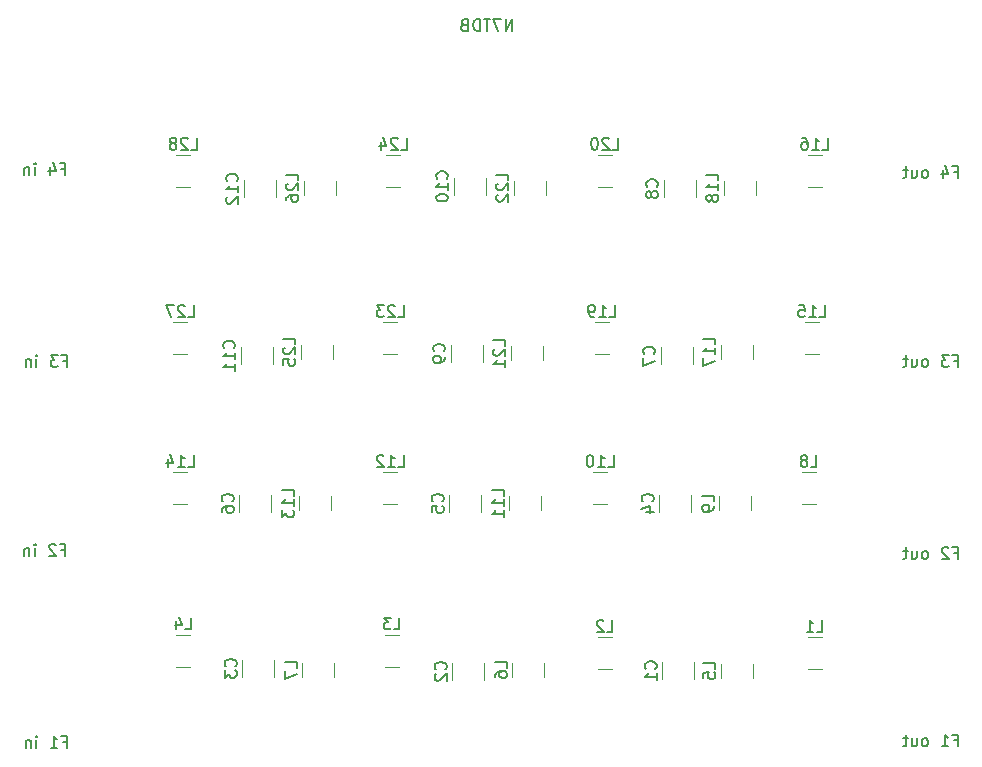
<source format=gbr>
G04 #@! TF.GenerationSoftware,KiCad,Pcbnew,7.0.5-0*
G04 #@! TF.CreationDate,2023-07-23T12:14:28-07:00*
G04 #@! TF.ProjectId,switched-bandpass-filter,73776974-6368-4656-942d-62616e647061,v1.0*
G04 #@! TF.SameCoordinates,Original*
G04 #@! TF.FileFunction,Legend,Bot*
G04 #@! TF.FilePolarity,Positive*
%FSLAX46Y46*%
G04 Gerber Fmt 4.6, Leading zero omitted, Abs format (unit mm)*
G04 Created by KiCad (PCBNEW 7.0.5-0) date 2023-07-23 12:14:28*
%MOMM*%
%LPD*%
G01*
G04 APERTURE LIST*
%ADD10C,0.150000*%
%ADD11C,0.120000*%
G04 APERTURE END LIST*
D10*
X168366887Y-122917009D02*
X168700220Y-122917009D01*
X168700220Y-123440819D02*
X168700220Y-122440819D01*
X168700220Y-122440819D02*
X168224030Y-122440819D01*
X167319268Y-123440819D02*
X167890696Y-123440819D01*
X167604982Y-123440819D02*
X167604982Y-122440819D01*
X167604982Y-122440819D02*
X167700220Y-122583676D01*
X167700220Y-122583676D02*
X167795458Y-122678914D01*
X167795458Y-122678914D02*
X167890696Y-122726533D01*
X165985934Y-123440819D02*
X166081172Y-123393200D01*
X166081172Y-123393200D02*
X166128791Y-123345580D01*
X166128791Y-123345580D02*
X166176410Y-123250342D01*
X166176410Y-123250342D02*
X166176410Y-122964628D01*
X166176410Y-122964628D02*
X166128791Y-122869390D01*
X166128791Y-122869390D02*
X166081172Y-122821771D01*
X166081172Y-122821771D02*
X165985934Y-122774152D01*
X165985934Y-122774152D02*
X165843077Y-122774152D01*
X165843077Y-122774152D02*
X165747839Y-122821771D01*
X165747839Y-122821771D02*
X165700220Y-122869390D01*
X165700220Y-122869390D02*
X165652601Y-122964628D01*
X165652601Y-122964628D02*
X165652601Y-123250342D01*
X165652601Y-123250342D02*
X165700220Y-123345580D01*
X165700220Y-123345580D02*
X165747839Y-123393200D01*
X165747839Y-123393200D02*
X165843077Y-123440819D01*
X165843077Y-123440819D02*
X165985934Y-123440819D01*
X164795458Y-122774152D02*
X164795458Y-123440819D01*
X165224029Y-122774152D02*
X165224029Y-123297961D01*
X165224029Y-123297961D02*
X165176410Y-123393200D01*
X165176410Y-123393200D02*
X165081172Y-123440819D01*
X165081172Y-123440819D02*
X164938315Y-123440819D01*
X164938315Y-123440819D02*
X164843077Y-123393200D01*
X164843077Y-123393200D02*
X164795458Y-123345580D01*
X164462124Y-122774152D02*
X164081172Y-122774152D01*
X164319267Y-122440819D02*
X164319267Y-123297961D01*
X164319267Y-123297961D02*
X164271648Y-123393200D01*
X164271648Y-123393200D02*
X164176410Y-123440819D01*
X164176410Y-123440819D02*
X164081172Y-123440819D01*
X168366887Y-90786009D02*
X168700220Y-90786009D01*
X168700220Y-91309819D02*
X168700220Y-90309819D01*
X168700220Y-90309819D02*
X168224030Y-90309819D01*
X167938315Y-90309819D02*
X167319268Y-90309819D01*
X167319268Y-90309819D02*
X167652601Y-90690771D01*
X167652601Y-90690771D02*
X167509744Y-90690771D01*
X167509744Y-90690771D02*
X167414506Y-90738390D01*
X167414506Y-90738390D02*
X167366887Y-90786009D01*
X167366887Y-90786009D02*
X167319268Y-90881247D01*
X167319268Y-90881247D02*
X167319268Y-91119342D01*
X167319268Y-91119342D02*
X167366887Y-91214580D01*
X167366887Y-91214580D02*
X167414506Y-91262200D01*
X167414506Y-91262200D02*
X167509744Y-91309819D01*
X167509744Y-91309819D02*
X167795458Y-91309819D01*
X167795458Y-91309819D02*
X167890696Y-91262200D01*
X167890696Y-91262200D02*
X167938315Y-91214580D01*
X165985934Y-91309819D02*
X166081172Y-91262200D01*
X166081172Y-91262200D02*
X166128791Y-91214580D01*
X166128791Y-91214580D02*
X166176410Y-91119342D01*
X166176410Y-91119342D02*
X166176410Y-90833628D01*
X166176410Y-90833628D02*
X166128791Y-90738390D01*
X166128791Y-90738390D02*
X166081172Y-90690771D01*
X166081172Y-90690771D02*
X165985934Y-90643152D01*
X165985934Y-90643152D02*
X165843077Y-90643152D01*
X165843077Y-90643152D02*
X165747839Y-90690771D01*
X165747839Y-90690771D02*
X165700220Y-90738390D01*
X165700220Y-90738390D02*
X165652601Y-90833628D01*
X165652601Y-90833628D02*
X165652601Y-91119342D01*
X165652601Y-91119342D02*
X165700220Y-91214580D01*
X165700220Y-91214580D02*
X165747839Y-91262200D01*
X165747839Y-91262200D02*
X165843077Y-91309819D01*
X165843077Y-91309819D02*
X165985934Y-91309819D01*
X164795458Y-90643152D02*
X164795458Y-91309819D01*
X165224029Y-90643152D02*
X165224029Y-91166961D01*
X165224029Y-91166961D02*
X165176410Y-91262200D01*
X165176410Y-91262200D02*
X165081172Y-91309819D01*
X165081172Y-91309819D02*
X164938315Y-91309819D01*
X164938315Y-91309819D02*
X164843077Y-91262200D01*
X164843077Y-91262200D02*
X164795458Y-91214580D01*
X164462124Y-90643152D02*
X164081172Y-90643152D01*
X164319267Y-90309819D02*
X164319267Y-91166961D01*
X164319267Y-91166961D02*
X164271648Y-91262200D01*
X164271648Y-91262200D02*
X164176410Y-91309819D01*
X164176410Y-91309819D02*
X164081172Y-91309819D01*
X168366887Y-107042009D02*
X168700220Y-107042009D01*
X168700220Y-107565819D02*
X168700220Y-106565819D01*
X168700220Y-106565819D02*
X168224030Y-106565819D01*
X167890696Y-106661057D02*
X167843077Y-106613438D01*
X167843077Y-106613438D02*
X167747839Y-106565819D01*
X167747839Y-106565819D02*
X167509744Y-106565819D01*
X167509744Y-106565819D02*
X167414506Y-106613438D01*
X167414506Y-106613438D02*
X167366887Y-106661057D01*
X167366887Y-106661057D02*
X167319268Y-106756295D01*
X167319268Y-106756295D02*
X167319268Y-106851533D01*
X167319268Y-106851533D02*
X167366887Y-106994390D01*
X167366887Y-106994390D02*
X167938315Y-107565819D01*
X167938315Y-107565819D02*
X167319268Y-107565819D01*
X165985934Y-107565819D02*
X166081172Y-107518200D01*
X166081172Y-107518200D02*
X166128791Y-107470580D01*
X166128791Y-107470580D02*
X166176410Y-107375342D01*
X166176410Y-107375342D02*
X166176410Y-107089628D01*
X166176410Y-107089628D02*
X166128791Y-106994390D01*
X166128791Y-106994390D02*
X166081172Y-106946771D01*
X166081172Y-106946771D02*
X165985934Y-106899152D01*
X165985934Y-106899152D02*
X165843077Y-106899152D01*
X165843077Y-106899152D02*
X165747839Y-106946771D01*
X165747839Y-106946771D02*
X165700220Y-106994390D01*
X165700220Y-106994390D02*
X165652601Y-107089628D01*
X165652601Y-107089628D02*
X165652601Y-107375342D01*
X165652601Y-107375342D02*
X165700220Y-107470580D01*
X165700220Y-107470580D02*
X165747839Y-107518200D01*
X165747839Y-107518200D02*
X165843077Y-107565819D01*
X165843077Y-107565819D02*
X165985934Y-107565819D01*
X164795458Y-106899152D02*
X164795458Y-107565819D01*
X165224029Y-106899152D02*
X165224029Y-107422961D01*
X165224029Y-107422961D02*
X165176410Y-107518200D01*
X165176410Y-107518200D02*
X165081172Y-107565819D01*
X165081172Y-107565819D02*
X164938315Y-107565819D01*
X164938315Y-107565819D02*
X164843077Y-107518200D01*
X164843077Y-107518200D02*
X164795458Y-107470580D01*
X164462124Y-106899152D02*
X164081172Y-106899152D01*
X164319267Y-106565819D02*
X164319267Y-107422961D01*
X164319267Y-107422961D02*
X164271648Y-107518200D01*
X164271648Y-107518200D02*
X164176410Y-107565819D01*
X164176410Y-107565819D02*
X164081172Y-107565819D01*
X168366887Y-74784009D02*
X168700220Y-74784009D01*
X168700220Y-75307819D02*
X168700220Y-74307819D01*
X168700220Y-74307819D02*
X168224030Y-74307819D01*
X167414506Y-74641152D02*
X167414506Y-75307819D01*
X167652601Y-74260200D02*
X167890696Y-74974485D01*
X167890696Y-74974485D02*
X167271649Y-74974485D01*
X165985934Y-75307819D02*
X166081172Y-75260200D01*
X166081172Y-75260200D02*
X166128791Y-75212580D01*
X166128791Y-75212580D02*
X166176410Y-75117342D01*
X166176410Y-75117342D02*
X166176410Y-74831628D01*
X166176410Y-74831628D02*
X166128791Y-74736390D01*
X166128791Y-74736390D02*
X166081172Y-74688771D01*
X166081172Y-74688771D02*
X165985934Y-74641152D01*
X165985934Y-74641152D02*
X165843077Y-74641152D01*
X165843077Y-74641152D02*
X165747839Y-74688771D01*
X165747839Y-74688771D02*
X165700220Y-74736390D01*
X165700220Y-74736390D02*
X165652601Y-74831628D01*
X165652601Y-74831628D02*
X165652601Y-75117342D01*
X165652601Y-75117342D02*
X165700220Y-75212580D01*
X165700220Y-75212580D02*
X165747839Y-75260200D01*
X165747839Y-75260200D02*
X165843077Y-75307819D01*
X165843077Y-75307819D02*
X165985934Y-75307819D01*
X164795458Y-74641152D02*
X164795458Y-75307819D01*
X165224029Y-74641152D02*
X165224029Y-75164961D01*
X165224029Y-75164961D02*
X165176410Y-75260200D01*
X165176410Y-75260200D02*
X165081172Y-75307819D01*
X165081172Y-75307819D02*
X164938315Y-75307819D01*
X164938315Y-75307819D02*
X164843077Y-75260200D01*
X164843077Y-75260200D02*
X164795458Y-75212580D01*
X164462124Y-74641152D02*
X164081172Y-74641152D01*
X164319267Y-74307819D02*
X164319267Y-75164961D01*
X164319267Y-75164961D02*
X164271648Y-75260200D01*
X164271648Y-75260200D02*
X164176410Y-75307819D01*
X164176410Y-75307819D02*
X164081172Y-75307819D01*
X92801887Y-74530009D02*
X93135220Y-74530009D01*
X93135220Y-75053819D02*
X93135220Y-74053819D01*
X93135220Y-74053819D02*
X92659030Y-74053819D01*
X91849506Y-74387152D02*
X91849506Y-75053819D01*
X92087601Y-74006200D02*
X92325696Y-74720485D01*
X92325696Y-74720485D02*
X91706649Y-74720485D01*
X90563791Y-75053819D02*
X90563791Y-74387152D01*
X90563791Y-74053819D02*
X90611410Y-74101438D01*
X90611410Y-74101438D02*
X90563791Y-74149057D01*
X90563791Y-74149057D02*
X90516172Y-74101438D01*
X90516172Y-74101438D02*
X90563791Y-74053819D01*
X90563791Y-74053819D02*
X90563791Y-74149057D01*
X90087601Y-74387152D02*
X90087601Y-75053819D01*
X90087601Y-74482390D02*
X90039982Y-74434771D01*
X90039982Y-74434771D02*
X89944744Y-74387152D01*
X89944744Y-74387152D02*
X89801887Y-74387152D01*
X89801887Y-74387152D02*
X89706649Y-74434771D01*
X89706649Y-74434771D02*
X89659030Y-74530009D01*
X89659030Y-74530009D02*
X89659030Y-75053819D01*
X92801887Y-106788009D02*
X93135220Y-106788009D01*
X93135220Y-107311819D02*
X93135220Y-106311819D01*
X93135220Y-106311819D02*
X92659030Y-106311819D01*
X92325696Y-106407057D02*
X92278077Y-106359438D01*
X92278077Y-106359438D02*
X92182839Y-106311819D01*
X92182839Y-106311819D02*
X91944744Y-106311819D01*
X91944744Y-106311819D02*
X91849506Y-106359438D01*
X91849506Y-106359438D02*
X91801887Y-106407057D01*
X91801887Y-106407057D02*
X91754268Y-106502295D01*
X91754268Y-106502295D02*
X91754268Y-106597533D01*
X91754268Y-106597533D02*
X91801887Y-106740390D01*
X91801887Y-106740390D02*
X92373315Y-107311819D01*
X92373315Y-107311819D02*
X91754268Y-107311819D01*
X90563791Y-107311819D02*
X90563791Y-106645152D01*
X90563791Y-106311819D02*
X90611410Y-106359438D01*
X90611410Y-106359438D02*
X90563791Y-106407057D01*
X90563791Y-106407057D02*
X90516172Y-106359438D01*
X90516172Y-106359438D02*
X90563791Y-106311819D01*
X90563791Y-106311819D02*
X90563791Y-106407057D01*
X90087601Y-106645152D02*
X90087601Y-107311819D01*
X90087601Y-106740390D02*
X90039982Y-106692771D01*
X90039982Y-106692771D02*
X89944744Y-106645152D01*
X89944744Y-106645152D02*
X89801887Y-106645152D01*
X89801887Y-106645152D02*
X89706649Y-106692771D01*
X89706649Y-106692771D02*
X89659030Y-106788009D01*
X89659030Y-106788009D02*
X89659030Y-107311819D01*
X130981220Y-62861819D02*
X130981220Y-61861819D01*
X130981220Y-61861819D02*
X130409792Y-62861819D01*
X130409792Y-62861819D02*
X130409792Y-61861819D01*
X130028839Y-61861819D02*
X129362173Y-61861819D01*
X129362173Y-61861819D02*
X129790744Y-62861819D01*
X129124077Y-61861819D02*
X128552649Y-61861819D01*
X128838363Y-62861819D02*
X128838363Y-61861819D01*
X128219315Y-62861819D02*
X128219315Y-61861819D01*
X128219315Y-61861819D02*
X127981220Y-61861819D01*
X127981220Y-61861819D02*
X127838363Y-61909438D01*
X127838363Y-61909438D02*
X127743125Y-62004676D01*
X127743125Y-62004676D02*
X127695506Y-62099914D01*
X127695506Y-62099914D02*
X127647887Y-62290390D01*
X127647887Y-62290390D02*
X127647887Y-62433247D01*
X127647887Y-62433247D02*
X127695506Y-62623723D01*
X127695506Y-62623723D02*
X127743125Y-62718961D01*
X127743125Y-62718961D02*
X127838363Y-62814200D01*
X127838363Y-62814200D02*
X127981220Y-62861819D01*
X127981220Y-62861819D02*
X128219315Y-62861819D01*
X126885982Y-62338009D02*
X126743125Y-62385628D01*
X126743125Y-62385628D02*
X126695506Y-62433247D01*
X126695506Y-62433247D02*
X126647887Y-62528485D01*
X126647887Y-62528485D02*
X126647887Y-62671342D01*
X126647887Y-62671342D02*
X126695506Y-62766580D01*
X126695506Y-62766580D02*
X126743125Y-62814200D01*
X126743125Y-62814200D02*
X126838363Y-62861819D01*
X126838363Y-62861819D02*
X127219315Y-62861819D01*
X127219315Y-62861819D02*
X127219315Y-61861819D01*
X127219315Y-61861819D02*
X126885982Y-61861819D01*
X126885982Y-61861819D02*
X126790744Y-61909438D01*
X126790744Y-61909438D02*
X126743125Y-61957057D01*
X126743125Y-61957057D02*
X126695506Y-62052295D01*
X126695506Y-62052295D02*
X126695506Y-62147533D01*
X126695506Y-62147533D02*
X126743125Y-62242771D01*
X126743125Y-62242771D02*
X126790744Y-62290390D01*
X126790744Y-62290390D02*
X126885982Y-62338009D01*
X126885982Y-62338009D02*
X127219315Y-62338009D01*
X92928887Y-123044009D02*
X93262220Y-123044009D01*
X93262220Y-123567819D02*
X93262220Y-122567819D01*
X93262220Y-122567819D02*
X92786030Y-122567819D01*
X91881268Y-123567819D02*
X92452696Y-123567819D01*
X92166982Y-123567819D02*
X92166982Y-122567819D01*
X92166982Y-122567819D02*
X92262220Y-122710676D01*
X92262220Y-122710676D02*
X92357458Y-122805914D01*
X92357458Y-122805914D02*
X92452696Y-122853533D01*
X90690791Y-123567819D02*
X90690791Y-122901152D01*
X90690791Y-122567819D02*
X90738410Y-122615438D01*
X90738410Y-122615438D02*
X90690791Y-122663057D01*
X90690791Y-122663057D02*
X90643172Y-122615438D01*
X90643172Y-122615438D02*
X90690791Y-122567819D01*
X90690791Y-122567819D02*
X90690791Y-122663057D01*
X90214601Y-122901152D02*
X90214601Y-123567819D01*
X90214601Y-122996390D02*
X90166982Y-122948771D01*
X90166982Y-122948771D02*
X90071744Y-122901152D01*
X90071744Y-122901152D02*
X89928887Y-122901152D01*
X89928887Y-122901152D02*
X89833649Y-122948771D01*
X89833649Y-122948771D02*
X89786030Y-123044009D01*
X89786030Y-123044009D02*
X89786030Y-123567819D01*
X92928887Y-90786009D02*
X93262220Y-90786009D01*
X93262220Y-91309819D02*
X93262220Y-90309819D01*
X93262220Y-90309819D02*
X92786030Y-90309819D01*
X92500315Y-90309819D02*
X91881268Y-90309819D01*
X91881268Y-90309819D02*
X92214601Y-90690771D01*
X92214601Y-90690771D02*
X92071744Y-90690771D01*
X92071744Y-90690771D02*
X91976506Y-90738390D01*
X91976506Y-90738390D02*
X91928887Y-90786009D01*
X91928887Y-90786009D02*
X91881268Y-90881247D01*
X91881268Y-90881247D02*
X91881268Y-91119342D01*
X91881268Y-91119342D02*
X91928887Y-91214580D01*
X91928887Y-91214580D02*
X91976506Y-91262200D01*
X91976506Y-91262200D02*
X92071744Y-91309819D01*
X92071744Y-91309819D02*
X92357458Y-91309819D01*
X92357458Y-91309819D02*
X92452696Y-91262200D01*
X92452696Y-91262200D02*
X92500315Y-91214580D01*
X90690791Y-91309819D02*
X90690791Y-90643152D01*
X90690791Y-90309819D02*
X90738410Y-90357438D01*
X90738410Y-90357438D02*
X90690791Y-90405057D01*
X90690791Y-90405057D02*
X90643172Y-90357438D01*
X90643172Y-90357438D02*
X90690791Y-90309819D01*
X90690791Y-90309819D02*
X90690791Y-90405057D01*
X90214601Y-90643152D02*
X90214601Y-91309819D01*
X90214601Y-90738390D02*
X90166982Y-90690771D01*
X90166982Y-90690771D02*
X90071744Y-90643152D01*
X90071744Y-90643152D02*
X89928887Y-90643152D01*
X89928887Y-90643152D02*
X89833649Y-90690771D01*
X89833649Y-90690771D02*
X89786030Y-90786009D01*
X89786030Y-90786009D02*
X89786030Y-91309819D01*
X107408580Y-89732142D02*
X107456200Y-89684523D01*
X107456200Y-89684523D02*
X107503819Y-89541666D01*
X107503819Y-89541666D02*
X107503819Y-89446428D01*
X107503819Y-89446428D02*
X107456200Y-89303571D01*
X107456200Y-89303571D02*
X107360961Y-89208333D01*
X107360961Y-89208333D02*
X107265723Y-89160714D01*
X107265723Y-89160714D02*
X107075247Y-89113095D01*
X107075247Y-89113095D02*
X106932390Y-89113095D01*
X106932390Y-89113095D02*
X106741914Y-89160714D01*
X106741914Y-89160714D02*
X106646676Y-89208333D01*
X106646676Y-89208333D02*
X106551438Y-89303571D01*
X106551438Y-89303571D02*
X106503819Y-89446428D01*
X106503819Y-89446428D02*
X106503819Y-89541666D01*
X106503819Y-89541666D02*
X106551438Y-89684523D01*
X106551438Y-89684523D02*
X106599057Y-89732142D01*
X107503819Y-90684523D02*
X107503819Y-90113095D01*
X107503819Y-90398809D02*
X106503819Y-90398809D01*
X106503819Y-90398809D02*
X106646676Y-90303571D01*
X106646676Y-90303571D02*
X106741914Y-90208333D01*
X106741914Y-90208333D02*
X106789533Y-90113095D01*
X107503819Y-91636904D02*
X107503819Y-91065476D01*
X107503819Y-91351190D02*
X106503819Y-91351190D01*
X106503819Y-91351190D02*
X106646676Y-91255952D01*
X106646676Y-91255952D02*
X106741914Y-91160714D01*
X106741914Y-91160714D02*
X106789533Y-91065476D01*
X103290666Y-113533819D02*
X103766856Y-113533819D01*
X103766856Y-113533819D02*
X103766856Y-112533819D01*
X102528761Y-112867152D02*
X102528761Y-113533819D01*
X102766856Y-112486200D02*
X103004951Y-113200485D01*
X103004951Y-113200485D02*
X102385904Y-113200485D01*
X112728819Y-116797333D02*
X112728819Y-116321143D01*
X112728819Y-116321143D02*
X111728819Y-116321143D01*
X111728819Y-117035429D02*
X111728819Y-117702095D01*
X111728819Y-117702095D02*
X112728819Y-117273524D01*
X139201857Y-87074819D02*
X139678047Y-87074819D01*
X139678047Y-87074819D02*
X139678047Y-86074819D01*
X138344714Y-87074819D02*
X138916142Y-87074819D01*
X138630428Y-87074819D02*
X138630428Y-86074819D01*
X138630428Y-86074819D02*
X138725666Y-86217676D01*
X138725666Y-86217676D02*
X138820904Y-86312914D01*
X138820904Y-86312914D02*
X138916142Y-86360533D01*
X137868523Y-87074819D02*
X137678047Y-87074819D01*
X137678047Y-87074819D02*
X137582809Y-87027200D01*
X137582809Y-87027200D02*
X137535190Y-86979580D01*
X137535190Y-86979580D02*
X137439952Y-86836723D01*
X137439952Y-86836723D02*
X137392333Y-86646247D01*
X137392333Y-86646247D02*
X137392333Y-86265295D01*
X137392333Y-86265295D02*
X137439952Y-86170057D01*
X137439952Y-86170057D02*
X137487571Y-86122438D01*
X137487571Y-86122438D02*
X137582809Y-86074819D01*
X137582809Y-86074819D02*
X137773285Y-86074819D01*
X137773285Y-86074819D02*
X137868523Y-86122438D01*
X137868523Y-86122438D02*
X137916142Y-86170057D01*
X137916142Y-86170057D02*
X137963761Y-86265295D01*
X137963761Y-86265295D02*
X137963761Y-86503390D01*
X137963761Y-86503390D02*
X137916142Y-86598628D01*
X137916142Y-86598628D02*
X137868523Y-86646247D01*
X137868523Y-86646247D02*
X137773285Y-86693866D01*
X137773285Y-86693866D02*
X137582809Y-86693866D01*
X137582809Y-86693866D02*
X137487571Y-86646247D01*
X137487571Y-86646247D02*
X137439952Y-86598628D01*
X137439952Y-86598628D02*
X137392333Y-86503390D01*
X130254819Y-102227142D02*
X130254819Y-101750952D01*
X130254819Y-101750952D02*
X129254819Y-101750952D01*
X130254819Y-103084285D02*
X130254819Y-102512857D01*
X130254819Y-102798571D02*
X129254819Y-102798571D01*
X129254819Y-102798571D02*
X129397676Y-102703333D01*
X129397676Y-102703333D02*
X129492914Y-102608095D01*
X129492914Y-102608095D02*
X129540533Y-102512857D01*
X130254819Y-104036666D02*
X130254819Y-103465238D01*
X130254819Y-103750952D02*
X129254819Y-103750952D01*
X129254819Y-103750952D02*
X129397676Y-103655714D01*
X129397676Y-103655714D02*
X129492914Y-103560476D01*
X129492914Y-103560476D02*
X129540533Y-103465238D01*
X107661580Y-75586142D02*
X107709200Y-75538523D01*
X107709200Y-75538523D02*
X107756819Y-75395666D01*
X107756819Y-75395666D02*
X107756819Y-75300428D01*
X107756819Y-75300428D02*
X107709200Y-75157571D01*
X107709200Y-75157571D02*
X107613961Y-75062333D01*
X107613961Y-75062333D02*
X107518723Y-75014714D01*
X107518723Y-75014714D02*
X107328247Y-74967095D01*
X107328247Y-74967095D02*
X107185390Y-74967095D01*
X107185390Y-74967095D02*
X106994914Y-75014714D01*
X106994914Y-75014714D02*
X106899676Y-75062333D01*
X106899676Y-75062333D02*
X106804438Y-75157571D01*
X106804438Y-75157571D02*
X106756819Y-75300428D01*
X106756819Y-75300428D02*
X106756819Y-75395666D01*
X106756819Y-75395666D02*
X106804438Y-75538523D01*
X106804438Y-75538523D02*
X106852057Y-75586142D01*
X107756819Y-76538523D02*
X107756819Y-75967095D01*
X107756819Y-76252809D02*
X106756819Y-76252809D01*
X106756819Y-76252809D02*
X106899676Y-76157571D01*
X106899676Y-76157571D02*
X106994914Y-76062333D01*
X106994914Y-76062333D02*
X107042533Y-75967095D01*
X106852057Y-76919476D02*
X106804438Y-76967095D01*
X106804438Y-76967095D02*
X106756819Y-77062333D01*
X106756819Y-77062333D02*
X106756819Y-77300428D01*
X106756819Y-77300428D02*
X106804438Y-77395666D01*
X106804438Y-77395666D02*
X106852057Y-77443285D01*
X106852057Y-77443285D02*
X106947295Y-77490904D01*
X106947295Y-77490904D02*
X107042533Y-77490904D01*
X107042533Y-77490904D02*
X107185390Y-77443285D01*
X107185390Y-77443285D02*
X107756819Y-76871857D01*
X107756819Y-76871857D02*
X107756819Y-77490904D01*
X156760666Y-113738819D02*
X157236856Y-113738819D01*
X157236856Y-113738819D02*
X157236856Y-112738819D01*
X155903523Y-113738819D02*
X156474951Y-113738819D01*
X156189237Y-113738819D02*
X156189237Y-112738819D01*
X156189237Y-112738819D02*
X156284475Y-112881676D01*
X156284475Y-112881676D02*
X156379713Y-112976914D01*
X156379713Y-112976914D02*
X156474951Y-113024533D01*
X121292857Y-99774819D02*
X121769047Y-99774819D01*
X121769047Y-99774819D02*
X121769047Y-98774819D01*
X120435714Y-99774819D02*
X121007142Y-99774819D01*
X120721428Y-99774819D02*
X120721428Y-98774819D01*
X120721428Y-98774819D02*
X120816666Y-98917676D01*
X120816666Y-98917676D02*
X120911904Y-99012914D01*
X120911904Y-99012914D02*
X121007142Y-99060533D01*
X120054761Y-98870057D02*
X120007142Y-98822438D01*
X120007142Y-98822438D02*
X119911904Y-98774819D01*
X119911904Y-98774819D02*
X119673809Y-98774819D01*
X119673809Y-98774819D02*
X119578571Y-98822438D01*
X119578571Y-98822438D02*
X119530952Y-98870057D01*
X119530952Y-98870057D02*
X119483333Y-98965295D01*
X119483333Y-98965295D02*
X119483333Y-99060533D01*
X119483333Y-99060533D02*
X119530952Y-99203390D01*
X119530952Y-99203390D02*
X120102380Y-99774819D01*
X120102380Y-99774819D02*
X119483333Y-99774819D01*
X156981857Y-87074819D02*
X157458047Y-87074819D01*
X157458047Y-87074819D02*
X157458047Y-86074819D01*
X156124714Y-87074819D02*
X156696142Y-87074819D01*
X156410428Y-87074819D02*
X156410428Y-86074819D01*
X156410428Y-86074819D02*
X156505666Y-86217676D01*
X156505666Y-86217676D02*
X156600904Y-86312914D01*
X156600904Y-86312914D02*
X156696142Y-86360533D01*
X155219952Y-86074819D02*
X155696142Y-86074819D01*
X155696142Y-86074819D02*
X155743761Y-86551009D01*
X155743761Y-86551009D02*
X155696142Y-86503390D01*
X155696142Y-86503390D02*
X155600904Y-86455771D01*
X155600904Y-86455771D02*
X155362809Y-86455771D01*
X155362809Y-86455771D02*
X155267571Y-86503390D01*
X155267571Y-86503390D02*
X155219952Y-86551009D01*
X155219952Y-86551009D02*
X155172333Y-86646247D01*
X155172333Y-86646247D02*
X155172333Y-86884342D01*
X155172333Y-86884342D02*
X155219952Y-86979580D01*
X155219952Y-86979580D02*
X155267571Y-87027200D01*
X155267571Y-87027200D02*
X155362809Y-87074819D01*
X155362809Y-87074819D02*
X155600904Y-87074819D01*
X155600904Y-87074819D02*
X155696142Y-87027200D01*
X155696142Y-87027200D02*
X155743761Y-86979580D01*
X107533580Y-116667333D02*
X107581200Y-116619714D01*
X107581200Y-116619714D02*
X107628819Y-116476857D01*
X107628819Y-116476857D02*
X107628819Y-116381619D01*
X107628819Y-116381619D02*
X107581200Y-116238762D01*
X107581200Y-116238762D02*
X107485961Y-116143524D01*
X107485961Y-116143524D02*
X107390723Y-116095905D01*
X107390723Y-116095905D02*
X107200247Y-116048286D01*
X107200247Y-116048286D02*
X107057390Y-116048286D01*
X107057390Y-116048286D02*
X106866914Y-116095905D01*
X106866914Y-116095905D02*
X106771676Y-116143524D01*
X106771676Y-116143524D02*
X106676438Y-116238762D01*
X106676438Y-116238762D02*
X106628819Y-116381619D01*
X106628819Y-116381619D02*
X106628819Y-116476857D01*
X106628819Y-116476857D02*
X106676438Y-116619714D01*
X106676438Y-116619714D02*
X106724057Y-116667333D01*
X106628819Y-117000667D02*
X106628819Y-117619714D01*
X106628819Y-117619714D02*
X107009771Y-117286381D01*
X107009771Y-117286381D02*
X107009771Y-117429238D01*
X107009771Y-117429238D02*
X107057390Y-117524476D01*
X107057390Y-117524476D02*
X107105009Y-117572095D01*
X107105009Y-117572095D02*
X107200247Y-117619714D01*
X107200247Y-117619714D02*
X107438342Y-117619714D01*
X107438342Y-117619714D02*
X107533580Y-117572095D01*
X107533580Y-117572095D02*
X107581200Y-117524476D01*
X107581200Y-117524476D02*
X107628819Y-117429238D01*
X107628819Y-117429238D02*
X107628819Y-117143524D01*
X107628819Y-117143524D02*
X107581200Y-117048286D01*
X107581200Y-117048286D02*
X107533580Y-117000667D01*
X112856819Y-75511142D02*
X112856819Y-75034952D01*
X112856819Y-75034952D02*
X111856819Y-75034952D01*
X111952057Y-75796857D02*
X111904438Y-75844476D01*
X111904438Y-75844476D02*
X111856819Y-75939714D01*
X111856819Y-75939714D02*
X111856819Y-76177809D01*
X111856819Y-76177809D02*
X111904438Y-76273047D01*
X111904438Y-76273047D02*
X111952057Y-76320666D01*
X111952057Y-76320666D02*
X112047295Y-76368285D01*
X112047295Y-76368285D02*
X112142533Y-76368285D01*
X112142533Y-76368285D02*
X112285390Y-76320666D01*
X112285390Y-76320666D02*
X112856819Y-75749238D01*
X112856819Y-75749238D02*
X112856819Y-76368285D01*
X111856819Y-77225428D02*
X111856819Y-77034952D01*
X111856819Y-77034952D02*
X111904438Y-76939714D01*
X111904438Y-76939714D02*
X111952057Y-76892095D01*
X111952057Y-76892095D02*
X112094914Y-76796857D01*
X112094914Y-76796857D02*
X112285390Y-76749238D01*
X112285390Y-76749238D02*
X112666342Y-76749238D01*
X112666342Y-76749238D02*
X112761580Y-76796857D01*
X112761580Y-76796857D02*
X112809200Y-76844476D01*
X112809200Y-76844476D02*
X112856819Y-76939714D01*
X112856819Y-76939714D02*
X112856819Y-77130190D01*
X112856819Y-77130190D02*
X112809200Y-77225428D01*
X112809200Y-77225428D02*
X112761580Y-77273047D01*
X112761580Y-77273047D02*
X112666342Y-77320666D01*
X112666342Y-77320666D02*
X112428247Y-77320666D01*
X112428247Y-77320666D02*
X112333009Y-77273047D01*
X112333009Y-77273047D02*
X112285390Y-77225428D01*
X112285390Y-77225428D02*
X112237771Y-77130190D01*
X112237771Y-77130190D02*
X112237771Y-76939714D01*
X112237771Y-76939714D02*
X112285390Y-76844476D01*
X112285390Y-76844476D02*
X112333009Y-76796857D01*
X112333009Y-76796857D02*
X112428247Y-76749238D01*
X130383819Y-89527142D02*
X130383819Y-89050952D01*
X130383819Y-89050952D02*
X129383819Y-89050952D01*
X129479057Y-89812857D02*
X129431438Y-89860476D01*
X129431438Y-89860476D02*
X129383819Y-89955714D01*
X129383819Y-89955714D02*
X129383819Y-90193809D01*
X129383819Y-90193809D02*
X129431438Y-90289047D01*
X129431438Y-90289047D02*
X129479057Y-90336666D01*
X129479057Y-90336666D02*
X129574295Y-90384285D01*
X129574295Y-90384285D02*
X129669533Y-90384285D01*
X129669533Y-90384285D02*
X129812390Y-90336666D01*
X129812390Y-90336666D02*
X130383819Y-89765238D01*
X130383819Y-89765238D02*
X130383819Y-90384285D01*
X130383819Y-91336666D02*
X130383819Y-90765238D01*
X130383819Y-91050952D02*
X129383819Y-91050952D01*
X129383819Y-91050952D02*
X129526676Y-90955714D01*
X129526676Y-90955714D02*
X129621914Y-90860476D01*
X129621914Y-90860476D02*
X129669533Y-90765238D01*
X148158819Y-116872333D02*
X148158819Y-116396143D01*
X148158819Y-116396143D02*
X147158819Y-116396143D01*
X147158819Y-117681857D02*
X147158819Y-117205667D01*
X147158819Y-117205667D02*
X147635009Y-117158048D01*
X147635009Y-117158048D02*
X147587390Y-117205667D01*
X147587390Y-117205667D02*
X147539771Y-117300905D01*
X147539771Y-117300905D02*
X147539771Y-117539000D01*
X147539771Y-117539000D02*
X147587390Y-117634238D01*
X147587390Y-117634238D02*
X147635009Y-117681857D01*
X147635009Y-117681857D02*
X147730247Y-117729476D01*
X147730247Y-117729476D02*
X147968342Y-117729476D01*
X147968342Y-117729476D02*
X148063580Y-117681857D01*
X148063580Y-117681857D02*
X148111200Y-117634238D01*
X148111200Y-117634238D02*
X148158819Y-117539000D01*
X148158819Y-117539000D02*
X148158819Y-117300905D01*
X148158819Y-117300905D02*
X148111200Y-117205667D01*
X148111200Y-117205667D02*
X148063580Y-117158048D01*
X121544857Y-72928819D02*
X122021047Y-72928819D01*
X122021047Y-72928819D02*
X122021047Y-71928819D01*
X121259142Y-72024057D02*
X121211523Y-71976438D01*
X121211523Y-71976438D02*
X121116285Y-71928819D01*
X121116285Y-71928819D02*
X120878190Y-71928819D01*
X120878190Y-71928819D02*
X120782952Y-71976438D01*
X120782952Y-71976438D02*
X120735333Y-72024057D01*
X120735333Y-72024057D02*
X120687714Y-72119295D01*
X120687714Y-72119295D02*
X120687714Y-72214533D01*
X120687714Y-72214533D02*
X120735333Y-72357390D01*
X120735333Y-72357390D02*
X121306761Y-72928819D01*
X121306761Y-72928819D02*
X120687714Y-72928819D01*
X119830571Y-72262152D02*
X119830571Y-72928819D01*
X120068666Y-71881200D02*
X120306761Y-72595485D01*
X120306761Y-72595485D02*
X119687714Y-72595485D01*
X139454857Y-72928819D02*
X139931047Y-72928819D01*
X139931047Y-72928819D02*
X139931047Y-71928819D01*
X139169142Y-72024057D02*
X139121523Y-71976438D01*
X139121523Y-71976438D02*
X139026285Y-71928819D01*
X139026285Y-71928819D02*
X138788190Y-71928819D01*
X138788190Y-71928819D02*
X138692952Y-71976438D01*
X138692952Y-71976438D02*
X138645333Y-72024057D01*
X138645333Y-72024057D02*
X138597714Y-72119295D01*
X138597714Y-72119295D02*
X138597714Y-72214533D01*
X138597714Y-72214533D02*
X138645333Y-72357390D01*
X138645333Y-72357390D02*
X139216761Y-72928819D01*
X139216761Y-72928819D02*
X138597714Y-72928819D01*
X137978666Y-71928819D02*
X137883428Y-71928819D01*
X137883428Y-71928819D02*
X137788190Y-71976438D01*
X137788190Y-71976438D02*
X137740571Y-72024057D01*
X137740571Y-72024057D02*
X137692952Y-72119295D01*
X137692952Y-72119295D02*
X137645333Y-72309771D01*
X137645333Y-72309771D02*
X137645333Y-72547866D01*
X137645333Y-72547866D02*
X137692952Y-72738342D01*
X137692952Y-72738342D02*
X137740571Y-72833580D01*
X137740571Y-72833580D02*
X137788190Y-72881200D01*
X137788190Y-72881200D02*
X137883428Y-72928819D01*
X137883428Y-72928819D02*
X137978666Y-72928819D01*
X137978666Y-72928819D02*
X138073904Y-72881200D01*
X138073904Y-72881200D02*
X138121523Y-72833580D01*
X138121523Y-72833580D02*
X138169142Y-72738342D01*
X138169142Y-72738342D02*
X138216761Y-72547866D01*
X138216761Y-72547866D02*
X138216761Y-72309771D01*
X138216761Y-72309771D02*
X138169142Y-72119295D01*
X138169142Y-72119295D02*
X138121523Y-72024057D01*
X138121523Y-72024057D02*
X138073904Y-71976438D01*
X138073904Y-71976438D02*
X137978666Y-71928819D01*
X125188580Y-90003333D02*
X125236200Y-89955714D01*
X125236200Y-89955714D02*
X125283819Y-89812857D01*
X125283819Y-89812857D02*
X125283819Y-89717619D01*
X125283819Y-89717619D02*
X125236200Y-89574762D01*
X125236200Y-89574762D02*
X125140961Y-89479524D01*
X125140961Y-89479524D02*
X125045723Y-89431905D01*
X125045723Y-89431905D02*
X124855247Y-89384286D01*
X124855247Y-89384286D02*
X124712390Y-89384286D01*
X124712390Y-89384286D02*
X124521914Y-89431905D01*
X124521914Y-89431905D02*
X124426676Y-89479524D01*
X124426676Y-89479524D02*
X124331438Y-89574762D01*
X124331438Y-89574762D02*
X124283819Y-89717619D01*
X124283819Y-89717619D02*
X124283819Y-89812857D01*
X124283819Y-89812857D02*
X124331438Y-89955714D01*
X124331438Y-89955714D02*
X124379057Y-90003333D01*
X125283819Y-90479524D02*
X125283819Y-90670000D01*
X125283819Y-90670000D02*
X125236200Y-90765238D01*
X125236200Y-90765238D02*
X125188580Y-90812857D01*
X125188580Y-90812857D02*
X125045723Y-90908095D01*
X125045723Y-90908095D02*
X124855247Y-90955714D01*
X124855247Y-90955714D02*
X124474295Y-90955714D01*
X124474295Y-90955714D02*
X124379057Y-90908095D01*
X124379057Y-90908095D02*
X124331438Y-90860476D01*
X124331438Y-90860476D02*
X124283819Y-90765238D01*
X124283819Y-90765238D02*
X124283819Y-90574762D01*
X124283819Y-90574762D02*
X124331438Y-90479524D01*
X124331438Y-90479524D02*
X124379057Y-90431905D01*
X124379057Y-90431905D02*
X124474295Y-90384286D01*
X124474295Y-90384286D02*
X124712390Y-90384286D01*
X124712390Y-90384286D02*
X124807628Y-90431905D01*
X124807628Y-90431905D02*
X124855247Y-90479524D01*
X124855247Y-90479524D02*
X124902866Y-90574762D01*
X124902866Y-90574762D02*
X124902866Y-90765238D01*
X124902866Y-90765238D02*
X124855247Y-90860476D01*
X124855247Y-90860476D02*
X124807628Y-90908095D01*
X124807628Y-90908095D02*
X124712390Y-90955714D01*
X112474819Y-102227142D02*
X112474819Y-101750952D01*
X112474819Y-101750952D02*
X111474819Y-101750952D01*
X112474819Y-103084285D02*
X112474819Y-102512857D01*
X112474819Y-102798571D02*
X111474819Y-102798571D01*
X111474819Y-102798571D02*
X111617676Y-102703333D01*
X111617676Y-102703333D02*
X111712914Y-102608095D01*
X111712914Y-102608095D02*
X111760533Y-102512857D01*
X111474819Y-103417619D02*
X111474819Y-104036666D01*
X111474819Y-104036666D02*
X111855771Y-103703333D01*
X111855771Y-103703333D02*
X111855771Y-103846190D01*
X111855771Y-103846190D02*
X111903390Y-103941428D01*
X111903390Y-103941428D02*
X111951009Y-103989047D01*
X111951009Y-103989047D02*
X112046247Y-104036666D01*
X112046247Y-104036666D02*
X112284342Y-104036666D01*
X112284342Y-104036666D02*
X112379580Y-103989047D01*
X112379580Y-103989047D02*
X112427200Y-103941428D01*
X112427200Y-103941428D02*
X112474819Y-103846190D01*
X112474819Y-103846190D02*
X112474819Y-103560476D01*
X112474819Y-103560476D02*
X112427200Y-103465238D01*
X112427200Y-103465238D02*
X112379580Y-103417619D01*
X103511857Y-87074819D02*
X103988047Y-87074819D01*
X103988047Y-87074819D02*
X103988047Y-86074819D01*
X103226142Y-86170057D02*
X103178523Y-86122438D01*
X103178523Y-86122438D02*
X103083285Y-86074819D01*
X103083285Y-86074819D02*
X102845190Y-86074819D01*
X102845190Y-86074819D02*
X102749952Y-86122438D01*
X102749952Y-86122438D02*
X102702333Y-86170057D01*
X102702333Y-86170057D02*
X102654714Y-86265295D01*
X102654714Y-86265295D02*
X102654714Y-86360533D01*
X102654714Y-86360533D02*
X102702333Y-86503390D01*
X102702333Y-86503390D02*
X103273761Y-87074819D01*
X103273761Y-87074819D02*
X102654714Y-87074819D01*
X102321380Y-86074819D02*
X101654714Y-86074819D01*
X101654714Y-86074819D02*
X102083285Y-87074819D01*
X125059580Y-102703333D02*
X125107200Y-102655714D01*
X125107200Y-102655714D02*
X125154819Y-102512857D01*
X125154819Y-102512857D02*
X125154819Y-102417619D01*
X125154819Y-102417619D02*
X125107200Y-102274762D01*
X125107200Y-102274762D02*
X125011961Y-102179524D01*
X125011961Y-102179524D02*
X124916723Y-102131905D01*
X124916723Y-102131905D02*
X124726247Y-102084286D01*
X124726247Y-102084286D02*
X124583390Y-102084286D01*
X124583390Y-102084286D02*
X124392914Y-102131905D01*
X124392914Y-102131905D02*
X124297676Y-102179524D01*
X124297676Y-102179524D02*
X124202438Y-102274762D01*
X124202438Y-102274762D02*
X124154819Y-102417619D01*
X124154819Y-102417619D02*
X124154819Y-102512857D01*
X124154819Y-102512857D02*
X124202438Y-102655714D01*
X124202438Y-102655714D02*
X124250057Y-102703333D01*
X124154819Y-103608095D02*
X124154819Y-103131905D01*
X124154819Y-103131905D02*
X124631009Y-103084286D01*
X124631009Y-103084286D02*
X124583390Y-103131905D01*
X124583390Y-103131905D02*
X124535771Y-103227143D01*
X124535771Y-103227143D02*
X124535771Y-103465238D01*
X124535771Y-103465238D02*
X124583390Y-103560476D01*
X124583390Y-103560476D02*
X124631009Y-103608095D01*
X124631009Y-103608095D02*
X124726247Y-103655714D01*
X124726247Y-103655714D02*
X124964342Y-103655714D01*
X124964342Y-103655714D02*
X125059580Y-103608095D01*
X125059580Y-103608095D02*
X125107200Y-103560476D01*
X125107200Y-103560476D02*
X125154819Y-103465238D01*
X125154819Y-103465238D02*
X125154819Y-103227143D01*
X125154819Y-103227143D02*
X125107200Y-103131905D01*
X125107200Y-103131905D02*
X125059580Y-103084286D01*
X142968580Y-90208333D02*
X143016200Y-90160714D01*
X143016200Y-90160714D02*
X143063819Y-90017857D01*
X143063819Y-90017857D02*
X143063819Y-89922619D01*
X143063819Y-89922619D02*
X143016200Y-89779762D01*
X143016200Y-89779762D02*
X142920961Y-89684524D01*
X142920961Y-89684524D02*
X142825723Y-89636905D01*
X142825723Y-89636905D02*
X142635247Y-89589286D01*
X142635247Y-89589286D02*
X142492390Y-89589286D01*
X142492390Y-89589286D02*
X142301914Y-89636905D01*
X142301914Y-89636905D02*
X142206676Y-89684524D01*
X142206676Y-89684524D02*
X142111438Y-89779762D01*
X142111438Y-89779762D02*
X142063819Y-89922619D01*
X142063819Y-89922619D02*
X142063819Y-90017857D01*
X142063819Y-90017857D02*
X142111438Y-90160714D01*
X142111438Y-90160714D02*
X142159057Y-90208333D01*
X142063819Y-90541667D02*
X142063819Y-91208333D01*
X142063819Y-91208333D02*
X143063819Y-90779762D01*
X125313580Y-116927333D02*
X125361200Y-116879714D01*
X125361200Y-116879714D02*
X125408819Y-116736857D01*
X125408819Y-116736857D02*
X125408819Y-116641619D01*
X125408819Y-116641619D02*
X125361200Y-116498762D01*
X125361200Y-116498762D02*
X125265961Y-116403524D01*
X125265961Y-116403524D02*
X125170723Y-116355905D01*
X125170723Y-116355905D02*
X124980247Y-116308286D01*
X124980247Y-116308286D02*
X124837390Y-116308286D01*
X124837390Y-116308286D02*
X124646914Y-116355905D01*
X124646914Y-116355905D02*
X124551676Y-116403524D01*
X124551676Y-116403524D02*
X124456438Y-116498762D01*
X124456438Y-116498762D02*
X124408819Y-116641619D01*
X124408819Y-116641619D02*
X124408819Y-116736857D01*
X124408819Y-116736857D02*
X124456438Y-116879714D01*
X124456438Y-116879714D02*
X124504057Y-116927333D01*
X124504057Y-117308286D02*
X124456438Y-117355905D01*
X124456438Y-117355905D02*
X124408819Y-117451143D01*
X124408819Y-117451143D02*
X124408819Y-117689238D01*
X124408819Y-117689238D02*
X124456438Y-117784476D01*
X124456438Y-117784476D02*
X124504057Y-117832095D01*
X124504057Y-117832095D02*
X124599295Y-117879714D01*
X124599295Y-117879714D02*
X124694533Y-117879714D01*
X124694533Y-117879714D02*
X124837390Y-117832095D01*
X124837390Y-117832095D02*
X125408819Y-117260667D01*
X125408819Y-117260667D02*
X125408819Y-117879714D01*
X125441580Y-75381142D02*
X125489200Y-75333523D01*
X125489200Y-75333523D02*
X125536819Y-75190666D01*
X125536819Y-75190666D02*
X125536819Y-75095428D01*
X125536819Y-75095428D02*
X125489200Y-74952571D01*
X125489200Y-74952571D02*
X125393961Y-74857333D01*
X125393961Y-74857333D02*
X125298723Y-74809714D01*
X125298723Y-74809714D02*
X125108247Y-74762095D01*
X125108247Y-74762095D02*
X124965390Y-74762095D01*
X124965390Y-74762095D02*
X124774914Y-74809714D01*
X124774914Y-74809714D02*
X124679676Y-74857333D01*
X124679676Y-74857333D02*
X124584438Y-74952571D01*
X124584438Y-74952571D02*
X124536819Y-75095428D01*
X124536819Y-75095428D02*
X124536819Y-75190666D01*
X124536819Y-75190666D02*
X124584438Y-75333523D01*
X124584438Y-75333523D02*
X124632057Y-75381142D01*
X125536819Y-76333523D02*
X125536819Y-75762095D01*
X125536819Y-76047809D02*
X124536819Y-76047809D01*
X124536819Y-76047809D02*
X124679676Y-75952571D01*
X124679676Y-75952571D02*
X124774914Y-75857333D01*
X124774914Y-75857333D02*
X124822533Y-75762095D01*
X124536819Y-76952571D02*
X124536819Y-77047809D01*
X124536819Y-77047809D02*
X124584438Y-77143047D01*
X124584438Y-77143047D02*
X124632057Y-77190666D01*
X124632057Y-77190666D02*
X124727295Y-77238285D01*
X124727295Y-77238285D02*
X124917771Y-77285904D01*
X124917771Y-77285904D02*
X125155866Y-77285904D01*
X125155866Y-77285904D02*
X125346342Y-77238285D01*
X125346342Y-77238285D02*
X125441580Y-77190666D01*
X125441580Y-77190666D02*
X125489200Y-77143047D01*
X125489200Y-77143047D02*
X125536819Y-77047809D01*
X125536819Y-77047809D02*
X125536819Y-76952571D01*
X125536819Y-76952571D02*
X125489200Y-76857333D01*
X125489200Y-76857333D02*
X125441580Y-76809714D01*
X125441580Y-76809714D02*
X125346342Y-76762095D01*
X125346342Y-76762095D02*
X125155866Y-76714476D01*
X125155866Y-76714476D02*
X124917771Y-76714476D01*
X124917771Y-76714476D02*
X124727295Y-76762095D01*
X124727295Y-76762095D02*
X124632057Y-76809714D01*
X124632057Y-76809714D02*
X124584438Y-76857333D01*
X124584438Y-76857333D02*
X124536819Y-76952571D01*
X143093580Y-116872333D02*
X143141200Y-116824714D01*
X143141200Y-116824714D02*
X143188819Y-116681857D01*
X143188819Y-116681857D02*
X143188819Y-116586619D01*
X143188819Y-116586619D02*
X143141200Y-116443762D01*
X143141200Y-116443762D02*
X143045961Y-116348524D01*
X143045961Y-116348524D02*
X142950723Y-116300905D01*
X142950723Y-116300905D02*
X142760247Y-116253286D01*
X142760247Y-116253286D02*
X142617390Y-116253286D01*
X142617390Y-116253286D02*
X142426914Y-116300905D01*
X142426914Y-116300905D02*
X142331676Y-116348524D01*
X142331676Y-116348524D02*
X142236438Y-116443762D01*
X142236438Y-116443762D02*
X142188819Y-116586619D01*
X142188819Y-116586619D02*
X142188819Y-116681857D01*
X142188819Y-116681857D02*
X142236438Y-116824714D01*
X142236438Y-116824714D02*
X142284057Y-116872333D01*
X143188819Y-117824714D02*
X143188819Y-117253286D01*
X143188819Y-117539000D02*
X142188819Y-117539000D01*
X142188819Y-117539000D02*
X142331676Y-117443762D01*
X142331676Y-117443762D02*
X142426914Y-117348524D01*
X142426914Y-117348524D02*
X142474533Y-117253286D01*
X130636819Y-75511142D02*
X130636819Y-75034952D01*
X130636819Y-75034952D02*
X129636819Y-75034952D01*
X129732057Y-75796857D02*
X129684438Y-75844476D01*
X129684438Y-75844476D02*
X129636819Y-75939714D01*
X129636819Y-75939714D02*
X129636819Y-76177809D01*
X129636819Y-76177809D02*
X129684438Y-76273047D01*
X129684438Y-76273047D02*
X129732057Y-76320666D01*
X129732057Y-76320666D02*
X129827295Y-76368285D01*
X129827295Y-76368285D02*
X129922533Y-76368285D01*
X129922533Y-76368285D02*
X130065390Y-76320666D01*
X130065390Y-76320666D02*
X130636819Y-75749238D01*
X130636819Y-75749238D02*
X130636819Y-76368285D01*
X129732057Y-76749238D02*
X129684438Y-76796857D01*
X129684438Y-76796857D02*
X129636819Y-76892095D01*
X129636819Y-76892095D02*
X129636819Y-77130190D01*
X129636819Y-77130190D02*
X129684438Y-77225428D01*
X129684438Y-77225428D02*
X129732057Y-77273047D01*
X129732057Y-77273047D02*
X129827295Y-77320666D01*
X129827295Y-77320666D02*
X129922533Y-77320666D01*
X129922533Y-77320666D02*
X130065390Y-77273047D01*
X130065390Y-77273047D02*
X130636819Y-76701619D01*
X130636819Y-76701619D02*
X130636819Y-77320666D01*
X130508819Y-116797333D02*
X130508819Y-116321143D01*
X130508819Y-116321143D02*
X129508819Y-116321143D01*
X129508819Y-117559238D02*
X129508819Y-117368762D01*
X129508819Y-117368762D02*
X129556438Y-117273524D01*
X129556438Y-117273524D02*
X129604057Y-117225905D01*
X129604057Y-117225905D02*
X129746914Y-117130667D01*
X129746914Y-117130667D02*
X129937390Y-117083048D01*
X129937390Y-117083048D02*
X130318342Y-117083048D01*
X130318342Y-117083048D02*
X130413580Y-117130667D01*
X130413580Y-117130667D02*
X130461200Y-117178286D01*
X130461200Y-117178286D02*
X130508819Y-117273524D01*
X130508819Y-117273524D02*
X130508819Y-117464000D01*
X130508819Y-117464000D02*
X130461200Y-117559238D01*
X130461200Y-117559238D02*
X130413580Y-117606857D01*
X130413580Y-117606857D02*
X130318342Y-117654476D01*
X130318342Y-117654476D02*
X130080247Y-117654476D01*
X130080247Y-117654476D02*
X129985009Y-117606857D01*
X129985009Y-117606857D02*
X129937390Y-117559238D01*
X129937390Y-117559238D02*
X129889771Y-117464000D01*
X129889771Y-117464000D02*
X129889771Y-117273524D01*
X129889771Y-117273524D02*
X129937390Y-117178286D01*
X129937390Y-117178286D02*
X129985009Y-117130667D01*
X129985009Y-117130667D02*
X130080247Y-117083048D01*
X121291857Y-87074819D02*
X121768047Y-87074819D01*
X121768047Y-87074819D02*
X121768047Y-86074819D01*
X121006142Y-86170057D02*
X120958523Y-86122438D01*
X120958523Y-86122438D02*
X120863285Y-86074819D01*
X120863285Y-86074819D02*
X120625190Y-86074819D01*
X120625190Y-86074819D02*
X120529952Y-86122438D01*
X120529952Y-86122438D02*
X120482333Y-86170057D01*
X120482333Y-86170057D02*
X120434714Y-86265295D01*
X120434714Y-86265295D02*
X120434714Y-86360533D01*
X120434714Y-86360533D02*
X120482333Y-86503390D01*
X120482333Y-86503390D02*
X121053761Y-87074819D01*
X121053761Y-87074819D02*
X120434714Y-87074819D01*
X120101380Y-86074819D02*
X119482333Y-86074819D01*
X119482333Y-86074819D02*
X119815666Y-86455771D01*
X119815666Y-86455771D02*
X119672809Y-86455771D01*
X119672809Y-86455771D02*
X119577571Y-86503390D01*
X119577571Y-86503390D02*
X119529952Y-86551009D01*
X119529952Y-86551009D02*
X119482333Y-86646247D01*
X119482333Y-86646247D02*
X119482333Y-86884342D01*
X119482333Y-86884342D02*
X119529952Y-86979580D01*
X119529952Y-86979580D02*
X119577571Y-87027200D01*
X119577571Y-87027200D02*
X119672809Y-87074819D01*
X119672809Y-87074819D02*
X119958523Y-87074819D01*
X119958523Y-87074819D02*
X120053761Y-87027200D01*
X120053761Y-87027200D02*
X120101380Y-86979580D01*
X157234857Y-72928819D02*
X157711047Y-72928819D01*
X157711047Y-72928819D02*
X157711047Y-71928819D01*
X156377714Y-72928819D02*
X156949142Y-72928819D01*
X156663428Y-72928819D02*
X156663428Y-71928819D01*
X156663428Y-71928819D02*
X156758666Y-72071676D01*
X156758666Y-72071676D02*
X156853904Y-72166914D01*
X156853904Y-72166914D02*
X156949142Y-72214533D01*
X155520571Y-71928819D02*
X155711047Y-71928819D01*
X155711047Y-71928819D02*
X155806285Y-71976438D01*
X155806285Y-71976438D02*
X155853904Y-72024057D01*
X155853904Y-72024057D02*
X155949142Y-72166914D01*
X155949142Y-72166914D02*
X155996761Y-72357390D01*
X155996761Y-72357390D02*
X155996761Y-72738342D01*
X155996761Y-72738342D02*
X155949142Y-72833580D01*
X155949142Y-72833580D02*
X155901523Y-72881200D01*
X155901523Y-72881200D02*
X155806285Y-72928819D01*
X155806285Y-72928819D02*
X155615809Y-72928819D01*
X155615809Y-72928819D02*
X155520571Y-72881200D01*
X155520571Y-72881200D02*
X155472952Y-72833580D01*
X155472952Y-72833580D02*
X155425333Y-72738342D01*
X155425333Y-72738342D02*
X155425333Y-72500247D01*
X155425333Y-72500247D02*
X155472952Y-72405009D01*
X155472952Y-72405009D02*
X155520571Y-72357390D01*
X155520571Y-72357390D02*
X155615809Y-72309771D01*
X155615809Y-72309771D02*
X155806285Y-72309771D01*
X155806285Y-72309771D02*
X155901523Y-72357390D01*
X155901523Y-72357390D02*
X155949142Y-72405009D01*
X155949142Y-72405009D02*
X155996761Y-72500247D01*
X148163819Y-89397142D02*
X148163819Y-88920952D01*
X148163819Y-88920952D02*
X147163819Y-88920952D01*
X148163819Y-90254285D02*
X148163819Y-89682857D01*
X148163819Y-89968571D02*
X147163819Y-89968571D01*
X147163819Y-89968571D02*
X147306676Y-89873333D01*
X147306676Y-89873333D02*
X147401914Y-89778095D01*
X147401914Y-89778095D02*
X147449533Y-89682857D01*
X147163819Y-90587619D02*
X147163819Y-91254285D01*
X147163819Y-91254285D02*
X148163819Y-90825714D01*
X107279580Y-102703333D02*
X107327200Y-102655714D01*
X107327200Y-102655714D02*
X107374819Y-102512857D01*
X107374819Y-102512857D02*
X107374819Y-102417619D01*
X107374819Y-102417619D02*
X107327200Y-102274762D01*
X107327200Y-102274762D02*
X107231961Y-102179524D01*
X107231961Y-102179524D02*
X107136723Y-102131905D01*
X107136723Y-102131905D02*
X106946247Y-102084286D01*
X106946247Y-102084286D02*
X106803390Y-102084286D01*
X106803390Y-102084286D02*
X106612914Y-102131905D01*
X106612914Y-102131905D02*
X106517676Y-102179524D01*
X106517676Y-102179524D02*
X106422438Y-102274762D01*
X106422438Y-102274762D02*
X106374819Y-102417619D01*
X106374819Y-102417619D02*
X106374819Y-102512857D01*
X106374819Y-102512857D02*
X106422438Y-102655714D01*
X106422438Y-102655714D02*
X106470057Y-102703333D01*
X106374819Y-103560476D02*
X106374819Y-103370000D01*
X106374819Y-103370000D02*
X106422438Y-103274762D01*
X106422438Y-103274762D02*
X106470057Y-103227143D01*
X106470057Y-103227143D02*
X106612914Y-103131905D01*
X106612914Y-103131905D02*
X106803390Y-103084286D01*
X106803390Y-103084286D02*
X107184342Y-103084286D01*
X107184342Y-103084286D02*
X107279580Y-103131905D01*
X107279580Y-103131905D02*
X107327200Y-103179524D01*
X107327200Y-103179524D02*
X107374819Y-103274762D01*
X107374819Y-103274762D02*
X107374819Y-103465238D01*
X107374819Y-103465238D02*
X107327200Y-103560476D01*
X107327200Y-103560476D02*
X107279580Y-103608095D01*
X107279580Y-103608095D02*
X107184342Y-103655714D01*
X107184342Y-103655714D02*
X106946247Y-103655714D01*
X106946247Y-103655714D02*
X106851009Y-103608095D01*
X106851009Y-103608095D02*
X106803390Y-103560476D01*
X106803390Y-103560476D02*
X106755771Y-103465238D01*
X106755771Y-103465238D02*
X106755771Y-103274762D01*
X106755771Y-103274762D02*
X106803390Y-103179524D01*
X106803390Y-103179524D02*
X106851009Y-103131905D01*
X106851009Y-103131905D02*
X106946247Y-103084286D01*
X112603819Y-89397142D02*
X112603819Y-88920952D01*
X112603819Y-88920952D02*
X111603819Y-88920952D01*
X111699057Y-89682857D02*
X111651438Y-89730476D01*
X111651438Y-89730476D02*
X111603819Y-89825714D01*
X111603819Y-89825714D02*
X111603819Y-90063809D01*
X111603819Y-90063809D02*
X111651438Y-90159047D01*
X111651438Y-90159047D02*
X111699057Y-90206666D01*
X111699057Y-90206666D02*
X111794295Y-90254285D01*
X111794295Y-90254285D02*
X111889533Y-90254285D01*
X111889533Y-90254285D02*
X112032390Y-90206666D01*
X112032390Y-90206666D02*
X112603819Y-89635238D01*
X112603819Y-89635238D02*
X112603819Y-90254285D01*
X111603819Y-91159047D02*
X111603819Y-90682857D01*
X111603819Y-90682857D02*
X112080009Y-90635238D01*
X112080009Y-90635238D02*
X112032390Y-90682857D01*
X112032390Y-90682857D02*
X111984771Y-90778095D01*
X111984771Y-90778095D02*
X111984771Y-91016190D01*
X111984771Y-91016190D02*
X112032390Y-91111428D01*
X112032390Y-91111428D02*
X112080009Y-91159047D01*
X112080009Y-91159047D02*
X112175247Y-91206666D01*
X112175247Y-91206666D02*
X112413342Y-91206666D01*
X112413342Y-91206666D02*
X112508580Y-91159047D01*
X112508580Y-91159047D02*
X112556200Y-91111428D01*
X112556200Y-91111428D02*
X112603819Y-91016190D01*
X112603819Y-91016190D02*
X112603819Y-90778095D01*
X112603819Y-90778095D02*
X112556200Y-90682857D01*
X112556200Y-90682857D02*
X112508580Y-90635238D01*
X103512857Y-99774819D02*
X103989047Y-99774819D01*
X103989047Y-99774819D02*
X103989047Y-98774819D01*
X102655714Y-99774819D02*
X103227142Y-99774819D01*
X102941428Y-99774819D02*
X102941428Y-98774819D01*
X102941428Y-98774819D02*
X103036666Y-98917676D01*
X103036666Y-98917676D02*
X103131904Y-99012914D01*
X103131904Y-99012914D02*
X103227142Y-99060533D01*
X101798571Y-99108152D02*
X101798571Y-99774819D01*
X102036666Y-98727200D02*
X102274761Y-99441485D01*
X102274761Y-99441485D02*
X101655714Y-99441485D01*
X142839580Y-102703333D02*
X142887200Y-102655714D01*
X142887200Y-102655714D02*
X142934819Y-102512857D01*
X142934819Y-102512857D02*
X142934819Y-102417619D01*
X142934819Y-102417619D02*
X142887200Y-102274762D01*
X142887200Y-102274762D02*
X142791961Y-102179524D01*
X142791961Y-102179524D02*
X142696723Y-102131905D01*
X142696723Y-102131905D02*
X142506247Y-102084286D01*
X142506247Y-102084286D02*
X142363390Y-102084286D01*
X142363390Y-102084286D02*
X142172914Y-102131905D01*
X142172914Y-102131905D02*
X142077676Y-102179524D01*
X142077676Y-102179524D02*
X141982438Y-102274762D01*
X141982438Y-102274762D02*
X141934819Y-102417619D01*
X141934819Y-102417619D02*
X141934819Y-102512857D01*
X141934819Y-102512857D02*
X141982438Y-102655714D01*
X141982438Y-102655714D02*
X142030057Y-102703333D01*
X142268152Y-103560476D02*
X142934819Y-103560476D01*
X141887200Y-103322381D02*
X142601485Y-103084286D01*
X142601485Y-103084286D02*
X142601485Y-103703333D01*
X148034819Y-102703333D02*
X148034819Y-102227143D01*
X148034819Y-102227143D02*
X147034819Y-102227143D01*
X148034819Y-103084286D02*
X148034819Y-103274762D01*
X148034819Y-103274762D02*
X147987200Y-103370000D01*
X147987200Y-103370000D02*
X147939580Y-103417619D01*
X147939580Y-103417619D02*
X147796723Y-103512857D01*
X147796723Y-103512857D02*
X147606247Y-103560476D01*
X147606247Y-103560476D02*
X147225295Y-103560476D01*
X147225295Y-103560476D02*
X147130057Y-103512857D01*
X147130057Y-103512857D02*
X147082438Y-103465238D01*
X147082438Y-103465238D02*
X147034819Y-103370000D01*
X147034819Y-103370000D02*
X147034819Y-103179524D01*
X147034819Y-103179524D02*
X147082438Y-103084286D01*
X147082438Y-103084286D02*
X147130057Y-103036667D01*
X147130057Y-103036667D02*
X147225295Y-102989048D01*
X147225295Y-102989048D02*
X147463390Y-102989048D01*
X147463390Y-102989048D02*
X147558628Y-103036667D01*
X147558628Y-103036667D02*
X147606247Y-103084286D01*
X147606247Y-103084286D02*
X147653866Y-103179524D01*
X147653866Y-103179524D02*
X147653866Y-103370000D01*
X147653866Y-103370000D02*
X147606247Y-103465238D01*
X147606247Y-103465238D02*
X147558628Y-103512857D01*
X147558628Y-103512857D02*
X147463390Y-103560476D01*
X139072857Y-99774819D02*
X139549047Y-99774819D01*
X139549047Y-99774819D02*
X139549047Y-98774819D01*
X138215714Y-99774819D02*
X138787142Y-99774819D01*
X138501428Y-99774819D02*
X138501428Y-98774819D01*
X138501428Y-98774819D02*
X138596666Y-98917676D01*
X138596666Y-98917676D02*
X138691904Y-99012914D01*
X138691904Y-99012914D02*
X138787142Y-99060533D01*
X137596666Y-98774819D02*
X137501428Y-98774819D01*
X137501428Y-98774819D02*
X137406190Y-98822438D01*
X137406190Y-98822438D02*
X137358571Y-98870057D01*
X137358571Y-98870057D02*
X137310952Y-98965295D01*
X137310952Y-98965295D02*
X137263333Y-99155771D01*
X137263333Y-99155771D02*
X137263333Y-99393866D01*
X137263333Y-99393866D02*
X137310952Y-99584342D01*
X137310952Y-99584342D02*
X137358571Y-99679580D01*
X137358571Y-99679580D02*
X137406190Y-99727200D01*
X137406190Y-99727200D02*
X137501428Y-99774819D01*
X137501428Y-99774819D02*
X137596666Y-99774819D01*
X137596666Y-99774819D02*
X137691904Y-99727200D01*
X137691904Y-99727200D02*
X137739523Y-99679580D01*
X137739523Y-99679580D02*
X137787142Y-99584342D01*
X137787142Y-99584342D02*
X137834761Y-99393866D01*
X137834761Y-99393866D02*
X137834761Y-99155771D01*
X137834761Y-99155771D02*
X137787142Y-98965295D01*
X137787142Y-98965295D02*
X137739523Y-98870057D01*
X137739523Y-98870057D02*
X137691904Y-98822438D01*
X137691904Y-98822438D02*
X137596666Y-98774819D01*
X156246666Y-99774819D02*
X156722856Y-99774819D01*
X156722856Y-99774819D02*
X156722856Y-98774819D01*
X155770475Y-99203390D02*
X155865713Y-99155771D01*
X155865713Y-99155771D02*
X155913332Y-99108152D01*
X155913332Y-99108152D02*
X155960951Y-99012914D01*
X155960951Y-99012914D02*
X155960951Y-98965295D01*
X155960951Y-98965295D02*
X155913332Y-98870057D01*
X155913332Y-98870057D02*
X155865713Y-98822438D01*
X155865713Y-98822438D02*
X155770475Y-98774819D01*
X155770475Y-98774819D02*
X155579999Y-98774819D01*
X155579999Y-98774819D02*
X155484761Y-98822438D01*
X155484761Y-98822438D02*
X155437142Y-98870057D01*
X155437142Y-98870057D02*
X155389523Y-98965295D01*
X155389523Y-98965295D02*
X155389523Y-99012914D01*
X155389523Y-99012914D02*
X155437142Y-99108152D01*
X155437142Y-99108152D02*
X155484761Y-99155771D01*
X155484761Y-99155771D02*
X155579999Y-99203390D01*
X155579999Y-99203390D02*
X155770475Y-99203390D01*
X155770475Y-99203390D02*
X155865713Y-99251009D01*
X155865713Y-99251009D02*
X155913332Y-99298628D01*
X155913332Y-99298628D02*
X155960951Y-99393866D01*
X155960951Y-99393866D02*
X155960951Y-99584342D01*
X155960951Y-99584342D02*
X155913332Y-99679580D01*
X155913332Y-99679580D02*
X155865713Y-99727200D01*
X155865713Y-99727200D02*
X155770475Y-99774819D01*
X155770475Y-99774819D02*
X155579999Y-99774819D01*
X155579999Y-99774819D02*
X155484761Y-99727200D01*
X155484761Y-99727200D02*
X155437142Y-99679580D01*
X155437142Y-99679580D02*
X155389523Y-99584342D01*
X155389523Y-99584342D02*
X155389523Y-99393866D01*
X155389523Y-99393866D02*
X155437142Y-99298628D01*
X155437142Y-99298628D02*
X155484761Y-99251009D01*
X155484761Y-99251009D02*
X155579999Y-99203390D01*
X120940666Y-113533819D02*
X121416856Y-113533819D01*
X121416856Y-113533819D02*
X121416856Y-112533819D01*
X120702570Y-112533819D02*
X120083523Y-112533819D01*
X120083523Y-112533819D02*
X120416856Y-112914771D01*
X120416856Y-112914771D02*
X120273999Y-112914771D01*
X120273999Y-112914771D02*
X120178761Y-112962390D01*
X120178761Y-112962390D02*
X120131142Y-113010009D01*
X120131142Y-113010009D02*
X120083523Y-113105247D01*
X120083523Y-113105247D02*
X120083523Y-113343342D01*
X120083523Y-113343342D02*
X120131142Y-113438580D01*
X120131142Y-113438580D02*
X120178761Y-113486200D01*
X120178761Y-113486200D02*
X120273999Y-113533819D01*
X120273999Y-113533819D02*
X120559713Y-113533819D01*
X120559713Y-113533819D02*
X120654951Y-113486200D01*
X120654951Y-113486200D02*
X120702570Y-113438580D01*
X148416819Y-75511142D02*
X148416819Y-75034952D01*
X148416819Y-75034952D02*
X147416819Y-75034952D01*
X148416819Y-76368285D02*
X148416819Y-75796857D01*
X148416819Y-76082571D02*
X147416819Y-76082571D01*
X147416819Y-76082571D02*
X147559676Y-75987333D01*
X147559676Y-75987333D02*
X147654914Y-75892095D01*
X147654914Y-75892095D02*
X147702533Y-75796857D01*
X147845390Y-76939714D02*
X147797771Y-76844476D01*
X147797771Y-76844476D02*
X147750152Y-76796857D01*
X147750152Y-76796857D02*
X147654914Y-76749238D01*
X147654914Y-76749238D02*
X147607295Y-76749238D01*
X147607295Y-76749238D02*
X147512057Y-76796857D01*
X147512057Y-76796857D02*
X147464438Y-76844476D01*
X147464438Y-76844476D02*
X147416819Y-76939714D01*
X147416819Y-76939714D02*
X147416819Y-77130190D01*
X147416819Y-77130190D02*
X147464438Y-77225428D01*
X147464438Y-77225428D02*
X147512057Y-77273047D01*
X147512057Y-77273047D02*
X147607295Y-77320666D01*
X147607295Y-77320666D02*
X147654914Y-77320666D01*
X147654914Y-77320666D02*
X147750152Y-77273047D01*
X147750152Y-77273047D02*
X147797771Y-77225428D01*
X147797771Y-77225428D02*
X147845390Y-77130190D01*
X147845390Y-77130190D02*
X147845390Y-76939714D01*
X147845390Y-76939714D02*
X147893009Y-76844476D01*
X147893009Y-76844476D02*
X147940628Y-76796857D01*
X147940628Y-76796857D02*
X148035866Y-76749238D01*
X148035866Y-76749238D02*
X148226342Y-76749238D01*
X148226342Y-76749238D02*
X148321580Y-76796857D01*
X148321580Y-76796857D02*
X148369200Y-76844476D01*
X148369200Y-76844476D02*
X148416819Y-76939714D01*
X148416819Y-76939714D02*
X148416819Y-77130190D01*
X148416819Y-77130190D02*
X148369200Y-77225428D01*
X148369200Y-77225428D02*
X148321580Y-77273047D01*
X148321580Y-77273047D02*
X148226342Y-77320666D01*
X148226342Y-77320666D02*
X148035866Y-77320666D01*
X148035866Y-77320666D02*
X147940628Y-77273047D01*
X147940628Y-77273047D02*
X147893009Y-77225428D01*
X147893009Y-77225428D02*
X147845390Y-77130190D01*
X103764857Y-72928819D02*
X104241047Y-72928819D01*
X104241047Y-72928819D02*
X104241047Y-71928819D01*
X103479142Y-72024057D02*
X103431523Y-71976438D01*
X103431523Y-71976438D02*
X103336285Y-71928819D01*
X103336285Y-71928819D02*
X103098190Y-71928819D01*
X103098190Y-71928819D02*
X103002952Y-71976438D01*
X103002952Y-71976438D02*
X102955333Y-72024057D01*
X102955333Y-72024057D02*
X102907714Y-72119295D01*
X102907714Y-72119295D02*
X102907714Y-72214533D01*
X102907714Y-72214533D02*
X102955333Y-72357390D01*
X102955333Y-72357390D02*
X103526761Y-72928819D01*
X103526761Y-72928819D02*
X102907714Y-72928819D01*
X102336285Y-72357390D02*
X102431523Y-72309771D01*
X102431523Y-72309771D02*
X102479142Y-72262152D01*
X102479142Y-72262152D02*
X102526761Y-72166914D01*
X102526761Y-72166914D02*
X102526761Y-72119295D01*
X102526761Y-72119295D02*
X102479142Y-72024057D01*
X102479142Y-72024057D02*
X102431523Y-71976438D01*
X102431523Y-71976438D02*
X102336285Y-71928819D01*
X102336285Y-71928819D02*
X102145809Y-71928819D01*
X102145809Y-71928819D02*
X102050571Y-71976438D01*
X102050571Y-71976438D02*
X102002952Y-72024057D01*
X102002952Y-72024057D02*
X101955333Y-72119295D01*
X101955333Y-72119295D02*
X101955333Y-72166914D01*
X101955333Y-72166914D02*
X102002952Y-72262152D01*
X102002952Y-72262152D02*
X102050571Y-72309771D01*
X102050571Y-72309771D02*
X102145809Y-72357390D01*
X102145809Y-72357390D02*
X102336285Y-72357390D01*
X102336285Y-72357390D02*
X102431523Y-72405009D01*
X102431523Y-72405009D02*
X102479142Y-72452628D01*
X102479142Y-72452628D02*
X102526761Y-72547866D01*
X102526761Y-72547866D02*
X102526761Y-72738342D01*
X102526761Y-72738342D02*
X102479142Y-72833580D01*
X102479142Y-72833580D02*
X102431523Y-72881200D01*
X102431523Y-72881200D02*
X102336285Y-72928819D01*
X102336285Y-72928819D02*
X102145809Y-72928819D01*
X102145809Y-72928819D02*
X102050571Y-72881200D01*
X102050571Y-72881200D02*
X102002952Y-72833580D01*
X102002952Y-72833580D02*
X101955333Y-72738342D01*
X101955333Y-72738342D02*
X101955333Y-72547866D01*
X101955333Y-72547866D02*
X102002952Y-72452628D01*
X102002952Y-72452628D02*
X102050571Y-72405009D01*
X102050571Y-72405009D02*
X102145809Y-72357390D01*
X143221580Y-76062333D02*
X143269200Y-76014714D01*
X143269200Y-76014714D02*
X143316819Y-75871857D01*
X143316819Y-75871857D02*
X143316819Y-75776619D01*
X143316819Y-75776619D02*
X143269200Y-75633762D01*
X143269200Y-75633762D02*
X143173961Y-75538524D01*
X143173961Y-75538524D02*
X143078723Y-75490905D01*
X143078723Y-75490905D02*
X142888247Y-75443286D01*
X142888247Y-75443286D02*
X142745390Y-75443286D01*
X142745390Y-75443286D02*
X142554914Y-75490905D01*
X142554914Y-75490905D02*
X142459676Y-75538524D01*
X142459676Y-75538524D02*
X142364438Y-75633762D01*
X142364438Y-75633762D02*
X142316819Y-75776619D01*
X142316819Y-75776619D02*
X142316819Y-75871857D01*
X142316819Y-75871857D02*
X142364438Y-76014714D01*
X142364438Y-76014714D02*
X142412057Y-76062333D01*
X142745390Y-76633762D02*
X142697771Y-76538524D01*
X142697771Y-76538524D02*
X142650152Y-76490905D01*
X142650152Y-76490905D02*
X142554914Y-76443286D01*
X142554914Y-76443286D02*
X142507295Y-76443286D01*
X142507295Y-76443286D02*
X142412057Y-76490905D01*
X142412057Y-76490905D02*
X142364438Y-76538524D01*
X142364438Y-76538524D02*
X142316819Y-76633762D01*
X142316819Y-76633762D02*
X142316819Y-76824238D01*
X142316819Y-76824238D02*
X142364438Y-76919476D01*
X142364438Y-76919476D02*
X142412057Y-76967095D01*
X142412057Y-76967095D02*
X142507295Y-77014714D01*
X142507295Y-77014714D02*
X142554914Y-77014714D01*
X142554914Y-77014714D02*
X142650152Y-76967095D01*
X142650152Y-76967095D02*
X142697771Y-76919476D01*
X142697771Y-76919476D02*
X142745390Y-76824238D01*
X142745390Y-76824238D02*
X142745390Y-76633762D01*
X142745390Y-76633762D02*
X142793009Y-76538524D01*
X142793009Y-76538524D02*
X142840628Y-76490905D01*
X142840628Y-76490905D02*
X142935866Y-76443286D01*
X142935866Y-76443286D02*
X143126342Y-76443286D01*
X143126342Y-76443286D02*
X143221580Y-76490905D01*
X143221580Y-76490905D02*
X143269200Y-76538524D01*
X143269200Y-76538524D02*
X143316819Y-76633762D01*
X143316819Y-76633762D02*
X143316819Y-76824238D01*
X143316819Y-76824238D02*
X143269200Y-76919476D01*
X143269200Y-76919476D02*
X143221580Y-76967095D01*
X143221580Y-76967095D02*
X143126342Y-77014714D01*
X143126342Y-77014714D02*
X142935866Y-77014714D01*
X142935866Y-77014714D02*
X142840628Y-76967095D01*
X142840628Y-76967095D02*
X142793009Y-76919476D01*
X142793009Y-76919476D02*
X142745390Y-76824238D01*
X138980666Y-113738819D02*
X139456856Y-113738819D01*
X139456856Y-113738819D02*
X139456856Y-112738819D01*
X138694951Y-112834057D02*
X138647332Y-112786438D01*
X138647332Y-112786438D02*
X138552094Y-112738819D01*
X138552094Y-112738819D02*
X138313999Y-112738819D01*
X138313999Y-112738819D02*
X138218761Y-112786438D01*
X138218761Y-112786438D02*
X138171142Y-112834057D01*
X138171142Y-112834057D02*
X138123523Y-112929295D01*
X138123523Y-112929295D02*
X138123523Y-113024533D01*
X138123523Y-113024533D02*
X138171142Y-113167390D01*
X138171142Y-113167390D02*
X138742570Y-113738819D01*
X138742570Y-113738819D02*
X138123523Y-113738819D01*
D11*
X110709000Y-89663748D02*
X110709000Y-91086252D01*
X107989000Y-89663748D02*
X107989000Y-91086252D01*
X103726064Y-116719000D02*
X102521936Y-116719000D01*
X103726064Y-113999000D02*
X102521936Y-113999000D01*
X115914000Y-116361936D02*
X115914000Y-117566064D01*
X113194000Y-116361936D02*
X113194000Y-117566064D01*
X139161064Y-90260000D02*
X137956936Y-90260000D01*
X139161064Y-87540000D02*
X137956936Y-87540000D01*
X133440000Y-102267936D02*
X133440000Y-103472064D01*
X130720000Y-102267936D02*
X130720000Y-103472064D01*
X110962000Y-75517748D02*
X110962000Y-76940252D01*
X108242000Y-75517748D02*
X108242000Y-76940252D01*
X157196064Y-116924000D02*
X155991936Y-116924000D01*
X157196064Y-114204000D02*
X155991936Y-114204000D01*
X121252064Y-102960000D02*
X120047936Y-102960000D01*
X121252064Y-100240000D02*
X120047936Y-100240000D01*
X156941064Y-90260000D02*
X155736936Y-90260000D01*
X156941064Y-87540000D02*
X155736936Y-87540000D01*
X110834000Y-116122748D02*
X110834000Y-117545252D01*
X108114000Y-116122748D02*
X108114000Y-117545252D01*
X116042000Y-75551936D02*
X116042000Y-76756064D01*
X113322000Y-75551936D02*
X113322000Y-76756064D01*
X133569000Y-89567936D02*
X133569000Y-90772064D01*
X130849000Y-89567936D02*
X130849000Y-90772064D01*
X151344000Y-116436936D02*
X151344000Y-117641064D01*
X148624000Y-116436936D02*
X148624000Y-117641064D01*
X121504064Y-76114000D02*
X120299936Y-76114000D01*
X121504064Y-73394000D02*
X120299936Y-73394000D01*
X139414064Y-76114000D02*
X138209936Y-76114000D01*
X139414064Y-73394000D02*
X138209936Y-73394000D01*
X128489000Y-89458748D02*
X128489000Y-90881252D01*
X125769000Y-89458748D02*
X125769000Y-90881252D01*
X115660000Y-102267936D02*
X115660000Y-103472064D01*
X112940000Y-102267936D02*
X112940000Y-103472064D01*
X103471064Y-90260000D02*
X102266936Y-90260000D01*
X103471064Y-87540000D02*
X102266936Y-87540000D01*
X128360000Y-102158748D02*
X128360000Y-103581252D01*
X125640000Y-102158748D02*
X125640000Y-103581252D01*
X146269000Y-89663748D02*
X146269000Y-91086252D01*
X143549000Y-89663748D02*
X143549000Y-91086252D01*
X128614000Y-116382748D02*
X128614000Y-117805252D01*
X125894000Y-116382748D02*
X125894000Y-117805252D01*
X128742000Y-75312748D02*
X128742000Y-76735252D01*
X126022000Y-75312748D02*
X126022000Y-76735252D01*
X146394000Y-116327748D02*
X146394000Y-117750252D01*
X143674000Y-116327748D02*
X143674000Y-117750252D01*
X133822000Y-75551936D02*
X133822000Y-76756064D01*
X131102000Y-75551936D02*
X131102000Y-76756064D01*
X133694000Y-116361936D02*
X133694000Y-117566064D01*
X130974000Y-116361936D02*
X130974000Y-117566064D01*
X121251064Y-90260000D02*
X120046936Y-90260000D01*
X121251064Y-87540000D02*
X120046936Y-87540000D01*
X157194064Y-76114000D02*
X155989936Y-76114000D01*
X157194064Y-73394000D02*
X155989936Y-73394000D01*
X151349000Y-89437936D02*
X151349000Y-90642064D01*
X148629000Y-89437936D02*
X148629000Y-90642064D01*
X110580000Y-102158748D02*
X110580000Y-103581252D01*
X107860000Y-102158748D02*
X107860000Y-103581252D01*
X115789000Y-89437936D02*
X115789000Y-90642064D01*
X113069000Y-89437936D02*
X113069000Y-90642064D01*
X103472064Y-102960000D02*
X102267936Y-102960000D01*
X103472064Y-100240000D02*
X102267936Y-100240000D01*
X146140000Y-102158748D02*
X146140000Y-103581252D01*
X143420000Y-102158748D02*
X143420000Y-103581252D01*
X151220000Y-102267936D02*
X151220000Y-103472064D01*
X148500000Y-102267936D02*
X148500000Y-103472064D01*
X139032064Y-102960000D02*
X137827936Y-102960000D01*
X139032064Y-100240000D02*
X137827936Y-100240000D01*
X156682064Y-102960000D02*
X155477936Y-102960000D01*
X156682064Y-100240000D02*
X155477936Y-100240000D01*
X121376064Y-116719000D02*
X120171936Y-116719000D01*
X121376064Y-113999000D02*
X120171936Y-113999000D01*
X151602000Y-75551936D02*
X151602000Y-76756064D01*
X148882000Y-75551936D02*
X148882000Y-76756064D01*
X103724064Y-76114000D02*
X102519936Y-76114000D01*
X103724064Y-73394000D02*
X102519936Y-73394000D01*
X146522000Y-75517748D02*
X146522000Y-76940252D01*
X143802000Y-75517748D02*
X143802000Y-76940252D01*
X139416064Y-116924000D02*
X138211936Y-116924000D01*
X139416064Y-114204000D02*
X138211936Y-114204000D01*
M02*

</source>
